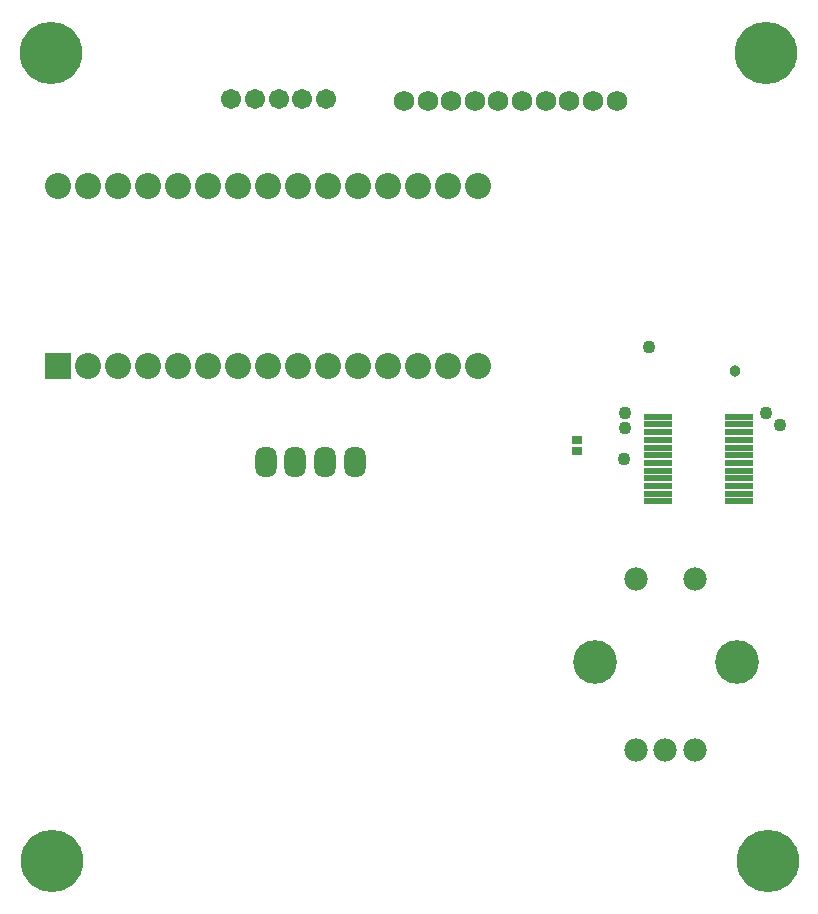
<source format=gts>
G04*
G04 #@! TF.GenerationSoftware,Altium Limited,CircuitMaker,2.2.1 (2.2.1.6)*
G04*
G04 Layer_Color=20142*
%FSLAX25Y25*%
%MOIN*%
G70*
G04*
G04 #@! TF.SameCoordinates,14122C10-9453-4DBA-84BC-A3BC323669C7*
G04*
G04*
G04 #@! TF.FilePolarity,Negative*
G04*
G01*
G75*
%ADD13R,0.03556X0.03162*%
%ADD14R,0.09800X0.02300*%
%ADD15R,0.08674X0.08674*%
%ADD16C,0.08674*%
%ADD17C,0.20800*%
%ADD18C,0.06800*%
%ADD19C,0.14579*%
%ADD20C,0.07800*%
G04:AMPARAMS|DCode=21|XSize=70.99mil|YSize=102.49mil|CornerRadius=29.2mil|HoleSize=0mil|Usage=FLASHONLY|Rotation=0.000|XOffset=0mil|YOffset=0mil|HoleType=Round|Shape=RoundedRectangle|*
%AMROUNDEDRECTD21*
21,1,0.07099,0.04410,0,0,0.0*
21,1,0.01260,0.10249,0,0,0.0*
1,1,0.05839,0.00630,-0.02205*
1,1,0.05839,-0.00630,-0.02205*
1,1,0.05839,-0.00630,0.02205*
1,1,0.05839,0.00630,0.02205*
%
%ADD21ROUNDEDRECTD21*%
%ADD22C,0.06706*%
%ADD23C,0.04300*%
%ADD24C,0.03800*%
D13*
X196000Y160500D02*
D03*
Y156563D02*
D03*
D14*
X250000Y139926D02*
D03*
Y142484D02*
D03*
Y145044D02*
D03*
Y147602D02*
D03*
Y150162D02*
D03*
Y152720D02*
D03*
Y155280D02*
D03*
Y157838D02*
D03*
Y160398D02*
D03*
Y162957D02*
D03*
Y165515D02*
D03*
Y168075D02*
D03*
X223000D02*
D03*
Y165515D02*
D03*
Y162957D02*
D03*
Y160398D02*
D03*
Y157838D02*
D03*
Y155280D02*
D03*
Y152720D02*
D03*
Y150162D02*
D03*
Y147602D02*
D03*
Y145044D02*
D03*
Y142484D02*
D03*
Y139926D02*
D03*
D15*
X23100Y185000D02*
D03*
D16*
X33100D02*
D03*
X43100D02*
D03*
X53100D02*
D03*
X63100D02*
D03*
X73100D02*
D03*
X83100D02*
D03*
X93100D02*
D03*
X103100D02*
D03*
X113100D02*
D03*
X123100D02*
D03*
X133100D02*
D03*
X143100D02*
D03*
X153100D02*
D03*
X163100D02*
D03*
X23100Y245000D02*
D03*
X33100D02*
D03*
X43100D02*
D03*
X53100D02*
D03*
X63100D02*
D03*
X73100D02*
D03*
X83100D02*
D03*
X93100D02*
D03*
X103100D02*
D03*
X113100D02*
D03*
X123100D02*
D03*
X133100D02*
D03*
X143100D02*
D03*
X153100D02*
D03*
X163100D02*
D03*
D17*
X20500Y289500D02*
D03*
X259000D02*
D03*
X259500Y20000D02*
D03*
X21000D02*
D03*
D18*
X146114Y273362D02*
D03*
X138240D02*
D03*
X177610D02*
D03*
X169736D02*
D03*
X153988D02*
D03*
X161862D02*
D03*
X193358D02*
D03*
X185484D02*
D03*
X201232D02*
D03*
X209106D02*
D03*
D19*
X201842Y86441D02*
D03*
X249342D02*
D03*
D20*
X215500Y114000D02*
D03*
X235185D02*
D03*
X215500Y56913D02*
D03*
X225342D02*
D03*
X235185D02*
D03*
D21*
X92118Y153000D02*
D03*
X102079D02*
D03*
X112039D02*
D03*
X122000D02*
D03*
D22*
X112248Y274000D02*
D03*
X104374D02*
D03*
X96500D02*
D03*
X88626D02*
D03*
X80752D02*
D03*
D23*
X211500Y154000D02*
D03*
X263500Y165500D02*
D03*
X212000Y169500D02*
D03*
Y164500D02*
D03*
X220000Y191500D02*
D03*
X259000Y169500D02*
D03*
D24*
X248500Y183500D02*
D03*
M02*

</source>
